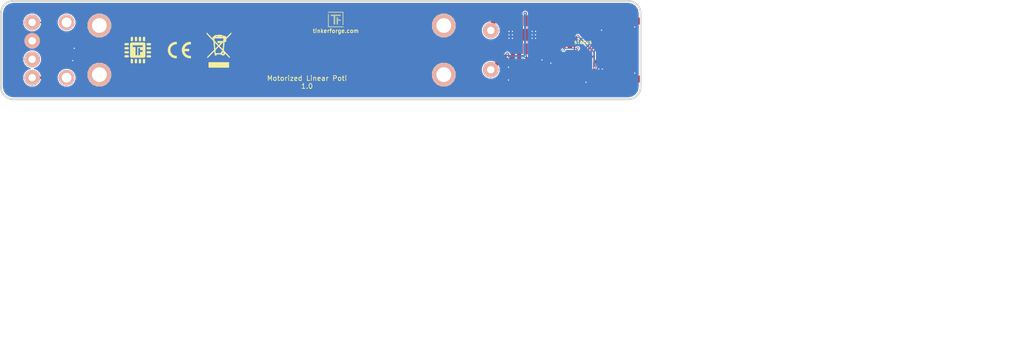
<source format=kicad_pcb>
(kicad_pcb (version 4) (host pcbnew 4.0.2+dfsg1-stable)
  (title_block (title "Motorized Linear Poti Bricklet") (date 2017-05-31) (rev 1.0) (company "Tinkerforge GmbH") (comment 1 "Licensed under CERN OHL v.1.1") (comment 2 "Copyright (©) 2017, L.Lauer <lukas@tinkerforge.com>"))
  (layers (0 Vorderseite signal) (31 Rückseite signal hide) (34 B.Paste user) (35 F.Paste user) (36 B.SilkS user) (37 F.SilkS user) (38 B.Mask user) (39 F.Mask user) (44 Edge.Cuts user))
  (net 0 "")
  (net 1 GND)
  (net 2 +5V)
  (net 3 AIN)
  (net 4 "Net-(P2-PadA)")
  (net 5 "Net-(P2-PadB)")
  (net 6 "Net-(RP1-Pad1)")
  (net 7 "Net-(RP1-Pad4)")
  (net 8 VCC)
  (net 9 "Net-(C3-Pad2)")
  (net 10 S-MISO)
  (net 11 S-MOSI)
  (net 12 S-CLK)
  (net 13 S-CS)
  (net 14 "Net-(P3-Pad2)")
  (net 15 "Net-(R1-Pad2)")
  (net 16 REV)
  (net 17 FWD)
  (net 18 "Net-(D1-Pad2)")
  (net 19 "Net-(C6-Pad1)")
  (net 20 "Net-(P1-Pad4)")
  (net 21 "Net-(P1-Pad5)")
  (net 22 "Net-(P1-Pad6)")
  (net 23 "Net-(J101-Pad1)")
  (net 24 "Net-(P2-Pad4)")
  (net 25 "Net-(P2-Pad2)")
  (net 26 "Net-(RP1-Pad2)")
  (net 27 "Net-(RP1-Pad3)")
  (net 28 "Net-(RP1-Pad6)")
  (net 29 "Net-(RP1-Pad7)")
  (net 30 "Net-(U1-Pad4)")
  (net 31 "Net-(U1-Pad5)")
  (net 32 "Net-(U1-Pad6)")
  (net 33 "Net-(U1-Pad11)")
  (net 34 "Net-(U1-Pad12)")
  (net 35 "Net-(U1-Pad13)")
  (net 36 "Net-(U1-Pad14)")
  (net 37 "Net-(U1-Pad16)")
  (net 38 "Net-(U1-Pad17)")
  (net 39 "Net-(U1-Pad19)")
  (net 40 "Net-(U1-Pad20)")
  (net 41 "Net-(U1-Pad21)")
  (module kicad-libraries:C1206 (layer Vorderseite) (at 179.75 105.5)
    (fp_text reference C3)
    (fp_text value 47uF/10V)
    (pad 1 smd rect (at -1.50114 0) (size 1.00076 1.6002) (layers Vorderseite F.Paste F.Mask) (net 1 GND))
    (pad 2 smd rect (at 1.50114 0) (size 1.00076 1.6002) (layers Vorderseite F.Paste F.Mask) (net 9 "Net-(C3-Pad2)"))
  )
  (module kicad-libraries:C0603E (layer Vorderseite) (at 183.15 102.65)
    (fp_text reference C1)
    (fp_text value 100nF)
    (pad 1 smd rect (at -0.8501 0) (size 1.1 1) (layers Vorderseite F.Paste F.Mask) (net 8 VCC))
    (pad 2 smd rect (at 0.8501 0) (size 1.1 1) (layers Vorderseite F.Paste F.Mask) (net 1 GND))
  )
  (module kicad-libraries:QFN24-4x4mm-0.5mm (layer Vorderseite) (at 191.4 103.3 270)
    (fp_text reference U1)
    (fp_text value XMC1100-16)
    (pad 1 smd oval (at -2.025 -1.25 270) (size 1 0.3) (layers Vorderseite F.Paste F.Mask) (net 10 S-MISO))
    (pad 2 smd oval (at -2.025 -0.75 270) (size 1 0.3) (layers Vorderseite F.Paste F.Mask) (net 15 "Net-(R1-Pad2)"))
    (pad 3 smd oval (at -2.025 -0.25 270) (size 1 0.3) (layers Vorderseite F.Paste F.Mask) (net 3 AIN))
    (pad 4 smd oval (at -2.025 0.25 270) (size 1 0.3) (layers Vorderseite F.Paste F.Mask) (net 30 "Net-(U1-Pad4)"))
    (pad 5 smd oval (at -2.025 0.75 270) (size 1 0.3) (layers Vorderseite F.Paste F.Mask) (net 31 "Net-(U1-Pad5)"))
    (pad 6 smd oval (at -2.025 1.25 270) (size 1 0.3) (layers Vorderseite F.Paste F.Mask) (net 32 "Net-(U1-Pad6)"))
    (pad 7 smd oval (at -1.25 2.025) (size 1 0.3) (layers Vorderseite F.Paste F.Mask) (net 16 REV))
    (pad 8 smd oval (at -0.75 2.025) (size 1 0.3) (layers Vorderseite F.Paste F.Mask) (net 17 FWD))
    (pad 9 smd oval (at -0.25 2.025) (size 1 0.3) (layers Vorderseite F.Paste F.Mask) (net 1 GND))
    (pad 10 smd oval (at 0.25 2.025) (size 1 0.3) (layers Vorderseite F.Paste F.Mask) (net 8 VCC))
    (pad 11 smd oval (at 0.75 2.025) (size 1 0.3) (layers Vorderseite F.Paste F.Mask) (net 33 "Net-(U1-Pad11)"))
    (pad 12 smd oval (at 1.25 2.025) (size 1 0.3) (layers Vorderseite F.Paste F.Mask) (net 34 "Net-(U1-Pad12)"))
    (pad 13 smd oval (at 2.025 1.25 270) (size 1 0.3) (layers Vorderseite F.Paste F.Mask) (net 35 "Net-(U1-Pad13)"))
    (pad 14 smd oval (at 2.025 0.75 270) (size 1 0.3) (layers Vorderseite F.Paste F.Mask) (net 36 "Net-(U1-Pad14)"))
    (pad 15 smd oval (at 2.025 0.25 270) (size 1 0.3) (layers Vorderseite F.Paste F.Mask) (net 14 "Net-(P3-Pad2)"))
    (pad 16 smd oval (at 2.025 -0.25 270) (size 1 0.3) (layers Vorderseite F.Paste F.Mask) (net 37 "Net-(U1-Pad16)"))
    (pad 17 smd oval (at 2.025 -0.75 270) (size 1 0.3) (layers Vorderseite F.Paste F.Mask) (net 38 "Net-(U1-Pad17)"))
    (pad 18 smd oval (at 2.025 -1.25 270) (size 1 0.3) (layers Vorderseite F.Paste F.Mask) (net 23 "Net-(J101-Pad1)"))
    (pad 19 smd oval (at 1.25 -2.025) (size 1 0.3) (layers Vorderseite F.Paste F.Mask) (net 39 "Net-(U1-Pad19)"))
    (pad 20 smd oval (at 0.75 -2.025) (size 1 0.3) (layers Vorderseite F.Paste F.Mask) (net 40 "Net-(U1-Pad20)"))
    (pad 21 smd oval (at 0.25 -2.025) (size 1 0.3) (layers Vorderseite F.Paste F.Mask) (net 41 "Net-(U1-Pad21)"))
    (pad 22 smd oval (at -0.25 -2.025) (size 1 0.3) (layers Vorderseite F.Paste F.Mask) (net 13 S-CS))
    (pad 23 smd oval (at -0.75 -2.025) (size 1 0.3) (layers Vorderseite F.Paste F.Mask) (net 12 S-CLK))
    (pad 24 smd oval (at -1.25 -2.025) (size 1 0.3) (layers Vorderseite F.Paste F.Mask) (net 11 S-MOSI))
    (pad EXP smd rect (at 0.65 0.65 270) (size 1.3 1.3) (layers Vorderseite F.Paste F.Mask) (net 1 GND))
    (pad EXP smd rect (at 0.65 -0.65 270) (size 1.3 1.3) (layers Vorderseite F.Paste F.Mask) (net 1 GND))
    (pad EXP smd rect (at -0.65 0.65 270) (size 1.3 1.3) (layers Vorderseite F.Paste F.Mask) (net 1 GND))
    (pad EXP smd rect (at -0.65 -0.65 270) (size 1.3 1.3) (layers Vorderseite F.Paste F.Mask) (net 1 GND))
  )
  (module kicad-libraries:SolderJumper (layer Vorderseite) (at 192.9 107.2 180)
    (fp_text reference P3)
    (fp_text value BOOT)
    (pad 2 smd rect (at 0.55 0 180) (size 0.3 1.4) (layers Vorderseite F.Mask) (net 14 "Net-(P3-Pad2)"))
    (pad 2 smd rect (at 0.15 0 180) (size 0.6 0.5) (layers Vorderseite F.Mask) (net 14 "Net-(P3-Pad2)"))
    (pad 1 smd rect (at -0.5 0 180) (size 0.4 1.4) (layers Vorderseite F.Mask) (net 1 GND))
    (pad 1 smd rect (at -0.225 0.55 180) (size 0.95 0.3) (layers Vorderseite F.Mask) (net 1 GND))
    (pad 1 smd rect (at -0.225 -0.55 180) (size 0.95 0.3) (layers Vorderseite F.Mask) (net 1 GND))
  )
  (module kicad-libraries:CE_5mm (layer Vorderseite) (at 111.4 100.65)
    (fp_text reference VAL hide)
    (fp_text value CE_5mm hide)
  )
  (module kicad-libraries:Logo_CoMCU (layer Vorderseite) (at 102.9 100.65)
    (fp_text reference G*** hide)
    (fp_text value LOGO hide)
  )
  (module kicad-libraries:WEEE_7mm (layer Vorderseite) (at 119.4 100.65)
    (fp_text reference G*** hide)
    (fp_text value LOGO hide)
  )
  (module kicad-libraries:Logo_31x31 (layer Vorderseite) (at 141.55 92.85)
    (fp_text reference G*** hide)
    (fp_text value Logo_31x31 hide)
  )
  (module kicad-libraries:DRILL_NP (layer Vorderseite) (at 95.1 95.65 270)
    (fp_text reference U3 hide)
    (fp_text value DRILL hide)
    (pad "" np_thru_hole circle (at 0 0 270) (size 2.99974 2.99974) (drill 2.99974) (layers *.Cu *.Mask F.SilkS) (clearance 0.89916))
  )
  (module kicad-libraries:DRILL_NP (layer Vorderseite) (at 165.1 105.65 90)
    (fp_text reference U6 hide)
    (fp_text value DRILL hide)
    (pad "" np_thru_hole circle (at 0 0 90) (size 2.99974 2.99974) (drill 2.99974) (layers *.Cu *.Mask F.SilkS) (clearance 0.89916))
  )
  (module kicad-libraries:DRILL_NP (layer Vorderseite) (at 165.1 95.65)
    (fp_text reference U5 hide)
    (fp_text value DRILL hide)
    (pad "" np_thru_hole circle (at 0 0) (size 2.99974 2.99974) (drill 2.99974) (layers *.Cu *.Mask F.SilkS) (clearance 0.89916))
  )
  (module kicad-libraries:DRILL_NP (layer Vorderseite) (at 95.1 105.65 90)
    (fp_text reference U4 hide)
    (fp_text value DRILL hide)
    (pad "" np_thru_hole circle (at 0 0 90) (size 2.99974 2.99974) (drill 2.99974) (layers *.Cu *.Mask F.SilkS) (clearance 0.89916))
  )
  (module kicad-libraries:Fiducial_Mark (layer Vorderseite) (at 100.6 93.6)
    (fp_text reference Fiducial_Mark hide)
    (fp_text value VAL** hide)
    (pad 1 smd circle (at 0 0) (size 1.00076 1.00076) (layers Vorderseite F.Paste F.Mask) (clearance 0.65024))
  )
  (module kicad-libraries:Fiducial_Mark (layer Vorderseite) (at 100.6 106.6)
    (fp_text reference Fiducial_Mark hide)
    (fp_text value VAL** hide)
    (pad 1 smd circle (at 0 0) (size 1.00076 1.00076) (layers Vorderseite F.Paste F.Mask) (clearance 0.65024))
  )
  (module kicad-libraries:Fiducial_Mark (layer Vorderseite) (at 173.6 93.6)
    (fp_text reference Fiducial_Mark hide)
    (fp_text value VAL** hide)
    (pad 1 smd circle (at 0 0) (size 1.00076 1.00076) (layers Vorderseite F.Paste F.Mask) (clearance 0.65024))
  )
  (module kicad-libraries:SOT23-5 (layer Vorderseite) (at 87.9 100.3 90)
    (fp_text reference U101)
    (fp_text value TLV271IDBVR)
    (pad 1 smd rect (at -0.94996 1.19888 90) (size 0.50038 0.8001) (layers Vorderseite F.Paste F.Mask) (net 3 AIN))
    (pad 2 smd rect (at 0 1.19888 90) (size 0.50038 0.8001) (layers Vorderseite F.Paste F.Mask) (net 1 GND))
    (pad 3 smd rect (at 0.94996 1.19888 90) (size 0.50038 0.8001) (layers Vorderseite F.Paste F.Mask) (net 24 "Net-(P2-Pad4)"))
    (pad 5 smd rect (at -0.94996 -1.19888 90) (size 0.50038 0.8001) (layers Vorderseite F.Paste F.Mask) (net 8 VCC))
    (pad 4 smd rect (at 0.94996 -1.19888 90) (size 0.50038 0.8001) (layers Vorderseite F.Paste F.Mask) (net 3 AIN))
  )
  (module kicad-libraries:4X0402 (layer Vorderseite) (at 196.85 99.9 90)
    (fp_text reference RP3)
    (fp_text value 82)
    (pad 1 smd rect (at -0.7493 0.575 270) (size 0.29972 0.65) (layers Vorderseite F.Paste F.Mask) (net 20 "Net-(P1-Pad4)"))
    (pad 2 smd rect (at -0.24892 0.575 270) (size 0.29972 0.65) (layers Vorderseite F.Paste F.Mask) (net 21 "Net-(P1-Pad5)"))
    (pad 3 smd rect (at 0.24892 0.575 270) (size 0.29972 0.65) (layers Vorderseite F.Paste F.Mask) (net 22 "Net-(P1-Pad6)"))
    (pad 4 smd rect (at 0.7493 0.575 270) (size 0.29972 0.65) (layers Vorderseite F.Paste F.Mask) (net 19 "Net-(C6-Pad1)"))
    (pad 5 smd rect (at 0.7493 -0.575 90) (size 0.29972 0.65) (layers Vorderseite F.Paste F.Mask) (net 10 S-MISO))
    (pad 6 smd rect (at 0.24892 -0.575 90) (size 0.29972 0.65) (layers Vorderseite F.Paste F.Mask) (net 11 S-MOSI))
    (pad 7 smd rect (at -0.24892 -0.575 90) (size 0.29972 0.65) (layers Vorderseite F.Paste F.Mask) (net 12 S-CLK))
    (pad 8 smd rect (at -0.7493 -0.575 90) (size 0.29972 0.65) (layers Vorderseite F.Paste F.Mask) (net 13 S-CS))
  )
  (module kicad-libraries:MOTORIZED_POTI (layer Rückseite) (at 145.1 100.65)
    (fp_text reference P2)
    (fp_text value MOTORIZED_POTI)
    (pad 1 thru_hole circle (at -63.65 5.625) (size 3.2 3.2) (drill 1.5) (layers *.Cu *.Mask B.SilkS) (net 8 VCC))
    (pad 2 thru_hole circle (at -63.65 1.875) (size 3.2 3.2) (drill 1.5) (layers *.Cu *.Mask B.SilkS) (net 25 "Net-(P2-Pad2)"))
    (pad 3 thru_hole circle (at -63.65 -1.875) (size 3.2 3.2) (drill 1.5) (layers *.Cu *.Mask B.SilkS) (net 1 GND))
    (pad 4 thru_hole circle (at -63.65 -5.625) (size 3.2 3.2) (drill 1.5) (layers *.Cu *.Mask B.SilkS) (net 24 "Net-(P2-Pad4)"))
    (pad "" thru_hole circle (at -56.65 5.625) (size 3.2 3.2) (drill 2) (layers *.Cu *.Mask B.SilkS))
    (pad "" thru_hole circle (at -56.65 -5.625) (size 3.2 3.2) (drill 2) (layers *.Cu *.Mask B.SilkS))
    (pad A thru_hole circle (at 29.55 -4) (size 3.2 3.2) (drill 1.5) (layers *.Cu *.Mask B.SilkS) (net 4 "Net-(P2-PadA)"))
    (pad B thru_hole circle (at 29.55 4) (size 3.2 3.2) (drill 1.5) (layers *.Cu *.Mask B.SilkS) (net 5 "Net-(P2-PadB)"))
  )
  (module kicad-libraries:C0805 (layer Vorderseite) (at 198.4 102.9 270)
    (fp_text reference C2)
    (fp_text value 10µF)
    (pad 1 smd rect (at -1.00076 0 270) (size 1.00076 1.24968) (layers Vorderseite F.Paste F.Mask) (net 8 VCC) (clearance 0.14986))
    (pad 2 smd rect (at 1.00076 0 270) (size 1.00076 1.24968) (layers Vorderseite F.Paste F.Mask) (net 1 GND) (clearance 0.14986))
  )
  (module kicad-libraries:C0603F (layer Vorderseite) (at 187.7 104.05 90)
    (fp_text reference C4)
    (fp_text value 100nF)
    (pad 1 smd rect (at -0.75 0 90) (size 0.9 0.9) (layers Vorderseite F.Paste F.Mask) (net 8 VCC))
    (pad 2 smd rect (at 0.75 0 90) (size 0.9 0.9) (layers Vorderseite F.Paste F.Mask) (net 1 GND))
  )
  (module kicad-libraries:C0603F (layer Vorderseite) (at 196.9 102.95 270)
    (fp_text reference C5)
    (fp_text value 1µF)
    (pad 1 smd rect (at -0.75 0 270) (size 0.9 0.9) (layers Vorderseite F.Paste F.Mask) (net 8 VCC))
    (pad 2 smd rect (at 0.75 0 270) (size 0.9 0.9) (layers Vorderseite F.Paste F.Mask) (net 1 GND))
  )
  (module kicad-libraries:C0402F (layer Vorderseite) (at 198.15 97.6 135)
    (fp_text reference C6)
    (fp_text value 220pF)
    (pad 2 smd rect (at 0.5 0 135) (size 0.6 0.7) (layers Vorderseite F.Paste F.Mask) (net 1 GND))
    (pad 1 smd rect (at -0.5 0 135) (size 0.6 0.7) (layers Vorderseite F.Paste F.Mask) (net 19 "Net-(C6-Pad1)"))
  )
  (module kicad-libraries:C0603F (layer Vorderseite) (at 87.95 102.8)
    (fp_text reference C101)
    (fp_text value 100nF)
    (pad 1 smd rect (at -0.75 0) (size 0.9 0.9) (layers Vorderseite F.Paste F.Mask) (net 8 VCC))
    (pad 2 smd rect (at 0.75 0) (size 0.9 0.9) (layers Vorderseite F.Paste F.Mask) (net 1 GND))
  )
  (module kicad-libraries:D0603F (layer Vorderseite) (at 190.75 99 270)
    (fp_text reference D1)
    (fp_text value blue)
    (pad 1 smd rect (at -0.75 0 270) (size 0.9 0.9) (layers Vorderseite F.Paste F.Mask) (net 8 VCC))
    (pad 2 smd rect (at 0.75 0 270) (size 0.9 0.9) (layers Vorderseite F.Paste F.Mask) (net 18 "Net-(D1-Pad2)"))
  )
  (module kicad-libraries:DEBUG_PAD (layer Vorderseite) (at 194.75 106.4)
    (fp_text reference J101)
    (fp_text value Debug)
    (pad 1 smd circle (at 0 0) (size 0.7 0.7) (layers Vorderseite F.Paste F.Mask) (net 23 "Net-(J101-Pad1)"))
  )
  (module kicad-libraries:C0603E (layer Vorderseite) (at 182.1 108.4 180)
    (fp_text reference L1)
    (fp_text value FB)
    (pad 1 smd rect (at -0.8501 0 180) (size 1.1 1) (layers Vorderseite F.Paste F.Mask) (net 2 +5V))
    (pad 2 smd rect (at 0.8501 0 180) (size 1.1 1) (layers Vorderseite F.Paste F.Mask) (net 9 "Net-(C3-Pad2)"))
  )
  (module kicad-libraries:CON-SENSOR2 (layer Vorderseite) (at 205.1 100.65 90)
    (fp_text reference P1)
    (fp_text value CON-SENSOR2)
    (pad 1 smd rect (at -3.75 -4.6 90) (size 0.6 1.8) (layers Vorderseite F.Paste F.Mask) (net 2 +5V))
    (pad 2 smd rect (at -2.5 -4.6 90) (size 0.6 1.8) (layers Vorderseite F.Paste F.Mask) (net 1 GND))
    (pad EP smd rect (at -5.9 -1.2 90) (size 1.4 2.4) (layers Vorderseite F.Paste F.Mask) (net 1 GND))
    (pad EP smd rect (at 5.9 -1.2 90) (size 1.4 2.4) (layers Vorderseite F.Paste F.Mask) (net 1 GND))
    (pad 3 smd rect (at -1.25 -4.6 90) (size 0.6 1.8) (layers Vorderseite F.Paste F.Mask) (net 8 VCC))
    (pad 4 smd rect (at 0 -4.6 90) (size 0.6 1.8) (layers Vorderseite F.Paste F.Mask) (net 20 "Net-(P1-Pad4)"))
    (pad 5 smd rect (at 1.25 -4.6 90) (size 0.6 1.8) (layers Vorderseite F.Paste F.Mask) (net 21 "Net-(P1-Pad5)"))
    (pad 6 smd rect (at 2.5 -4.6 90) (size 0.6 1.8) (layers Vorderseite F.Paste F.Mask) (net 22 "Net-(P1-Pad6)"))
    (pad 7 smd rect (at 3.75 -4.6 90) (size 0.6 1.8) (layers Vorderseite F.Paste F.Mask) (net 19 "Net-(C6-Pad1)"))
  )
  (module kicad-libraries:R0603F (layer Vorderseite) (at 189.4 99 270)
    (fp_text reference R1)
    (fp_text value 1k)
    (pad 1 smd rect (at -0.75 0 270) (size 0.9 0.9) (layers Vorderseite F.Paste F.Mask) (net 18 "Net-(D1-Pad2)"))
    (pad 2 smd rect (at 0.75 0 270) (size 0.9 0.9) (layers Vorderseite F.Paste F.Mask) (net 15 "Net-(R1-Pad2)"))
  )
  (module kicad-libraries:4X0603 (layer Vorderseite) (at 186.1 99.85 90)
    (fp_text reference RP1)
    (fp_text value 1k)
    (pad 1 smd rect (at -1.19888 -0.8509 90) (size 0.44958 0.89916) (layers Vorderseite F.Paste F.Mask) (net 6 "Net-(RP1-Pad1)"))
    (pad 2 smd rect (at -0.39878 -0.8509 90) (size 0.44958 0.89916) (layers Vorderseite F.Paste F.Mask) (net 26 "Net-(RP1-Pad2)"))
    (pad 3 smd rect (at 0.39878 -0.8509 90) (size 0.44958 0.89916) (layers Vorderseite F.Paste F.Mask) (net 27 "Net-(RP1-Pad3)"))
    (pad 4 smd rect (at 1.19888 -0.8509 90) (size 0.44958 0.89916) (layers Vorderseite F.Paste F.Mask) (net 7 "Net-(RP1-Pad4)"))
    (pad 5 smd rect (at 1.19888 0.8509 90) (size 0.44958 0.89916) (layers Vorderseite F.Paste F.Mask) (net 16 REV))
    (pad 6 smd rect (at 0.39878 0.8509 90) (size 0.44958 0.89916) (layers Vorderseite F.Paste F.Mask) (net 28 "Net-(RP1-Pad6)"))
    (pad 7 smd rect (at -0.39878 0.8509 90) (size 0.44958 0.89916) (layers Vorderseite F.Paste F.Mask) (net 29 "Net-(RP1-Pad7)"))
    (pad 8 smd rect (at -1.19888 0.8509 90) (size 0.44958 0.89916) (layers Vorderseite F.Paste F.Mask) (net 17 FWD))
  )
  (module kicad-libraries:SO-8-EP (layer Vorderseite) (at 181.05 97.55)
    (fp_text reference U2)
    (fp_text value ZXBM5210)
    (pad 1 smd rect (at -1.90246 2.86766 180) (size 0.79756 2.19964) (layers Vorderseite F.Paste F.Mask) (net 5 "Net-(P2-PadB)"))
    (pad 2 smd rect (at -0.63246 2.86766 180) (size 0.79756 2.19964) (layers Vorderseite F.Paste F.Mask) (net 9 "Net-(C3-Pad2)"))
    (pad 3 smd rect (at 0.63246 2.86766 180) (size 0.79756 2.19964) (layers Vorderseite F.Paste F.Mask) (net 8 VCC))
    (pad 4 smd rect (at 1.90246 2.86766 180) (size 0.79756 2.19964) (layers Vorderseite F.Paste F.Mask) (net 6 "Net-(RP1-Pad1)"))
    (pad 5 smd rect (at 1.90246 -2.86766) (size 0.79756 2.19964) (layers Vorderseite F.Paste F.Mask) (net 7 "Net-(RP1-Pad4)"))
    (pad 6 smd rect (at 0.63246 -2.86766) (size 0.79756 2.19964) (layers Vorderseite F.Paste F.Mask) (net 8 VCC))
    (pad 7 smd rect (at -0.63246 -2.86766) (size 0.79756 2.19964) (layers Vorderseite F.Paste F.Mask) (net 4 "Net-(P2-PadA)"))
    (pad 8 smd rect (at -1.90246 -2.86766) (size 0.79756 2.19964) (layers Vorderseite F.Paste F.Mask) (net 1 GND))
    (pad EP smd rect (at 0 0) (size 3.1 2.4) (layers Vorderseite F.Paste F.Mask) (net 1 GND))
  )
  (gr_text status (at 193.4 99) (layer F.SilkS) (effects (font (size 0.8 0.8) (thickness 0.14986))))
  (gr_line (start 202.6 110.65) (end 77.6 110.65) (angle 90) (layer Edge.Cuts) (width 0.381))
  (gr_line (start 77.6 90.65) (end 202.6 90.65) (angle 90) (layer Edge.Cuts) (width 0.381))
  (gr_line (start 205.1 93.15) (end 205.1 108.15) (angle 90) (layer Edge.Cuts) (width 0.381))
  (gr_line (start 75.1 93.15) (end 75.1 108.15) (angle 90) (layer Edge.Cuts) (width 0.381))
  (gr_arc (start 77.6 108.15) (end 77.6 110.65) (angle 90) (layer Edge.Cuts) (width 0.381))
  (gr_arc (start 77.6 93.15) (end 75.1 93.15) (angle 90) (layer Edge.Cuts) (width 0.381))
  (gr_arc (start 202.6 108.15) (end 205.1 108.15) (angle 90) (layer Edge.Cuts) (width 0.381))
  (gr_arc (start 202.6 93.15) (end 202.6 90.65) (angle 90) (layer Edge.Cuts) (width 0.381))
  (gr_text tinkerforge.com (at 143.15 96.75) (layer F.SilkS) (effects (font (size 0.8001 0.8001) (thickness 0.14986))))
  (gr_text "Motorized Linear Poti\n1.0" (at 137.3 107.2) (layer F.SilkS) (effects (font (size 1 1) (thickness 0.14986))))
  (segment (start 88.8001 102.8) (end 89.7 102.8) (width 0.5) (layer Vorderseite) (net 1))
  (via (at 89.7 102.8) (size 0.70104) (drill 0.24892) (layers Vorderseite Rückseite) (net 1))
  (segment (start 89.09888 100.3) (end 90 100.3) (width 0.5) (layer Vorderseite) (net 1))
  (via (at 90 100.3) (size 0.70104) (drill 0.24892) (layers Vorderseite Rückseite) (net 1))
  (segment (start 203.9 94.75) (end 203.9 95.95) (width 0.5) (layer Vorderseite) (net 1))
  (via (at 203.9 95.95) (size 0.70104) (drill 0.24892) (layers Vorderseite Rückseite) (net 1))
  (segment (start 203.9 106.55) (end 203.9 105.35) (width 0.5) (layer Vorderseite) (net 1))
  (via (at 203.9 105.35) (size 0.70104) (drill 0.24892) (layers Vorderseite Rückseite) (net 1))
  (segment (start 178.24886 105.5) (end 178.24886 106.74886) (width 0.8001) (layer Vorderseite) (net 1))
  (via (at 178.25 106.75) (size 0.70104) (drill 0.24892) (layers Vorderseite Rückseite) (net 1))
  (segment (start 178.24886 106.74886) (end 178.25 106.75) (width 0.8001) (layer Vorderseite) (net 1))
  (segment (start 178.24886 105.5) (end 178.24886 104.15114) (width 0.8001) (layer Vorderseite) (net 1))
  (via (at 178.25 104.15) (size 0.70104) (drill 0.24892) (layers Vorderseite Rückseite) (net 1))
  (segment (start 178.24886 104.15114) (end 178.25 104.15) (width 0.8001) (layer Vorderseite) (net 1))
  (segment (start 196.9 103.7) (end 196.9 104.2) (width 0.5) (layer Vorderseite) (net 1))
  (via (at 196.6 104.5) (size 0.70104) (drill 0.24892) (layers Vorderseite Rückseite) (net 1))
  (segment (start 196.9 104.2) (end 196.6 104.5) (width 0.5) (layer Vorderseite) (net 1))
  (segment (start 196.9 103.7) (end 196.9 104.1) (width 0.5) (layer Vorderseite) (net 1))
  (segment (start 196.9 104.1) (end 197.3 104.5) (width 0.5) (layer Vorderseite) (net 1))
  (via (at 197.3 104.5) (size 0.70104) (drill 0.24892) (layers Vorderseite Rückseite) (net 1))
  (segment (start 196.9 103.7) (end 198.19924 103.7) (width 0.5) (layer Vorderseite) (net 1))
  (segment (start 198.19924 103.7) (end 198.4 103.90076) (width 0.5) (layer Vorderseite) (net 1))
  (segment (start 200.5 103.15) (end 199.65 103.15) (width 0.5) (layer Vorderseite) (net 1))
  (segment (start 199.65 103.15) (end 198.89924 103.90076) (width 0.5) (layer Vorderseite) (net 1))
  (segment (start 198.89924 103.90076) (end 198.4 103.90076) (width 0.5) (layer Vorderseite) (net 1))
  (segment (start 200.5 103.15) (end 200 103.15) (width 0.5) (layer Vorderseite) (net 1))
  (segment (start 187.7 103.3) (end 186.85 103.3) (width 0.5) (layer Vorderseite) (net 1))
  (via (at 186.85 103.3) (size 0.70104) (drill 0.24892) (layers Vorderseite Rückseite) (net 1))
  (segment (start 193.125 107.75) (end 193.175 107.7) (width 0.2) (layer Vorderseite) (net 1))
  (segment (start 193.175 107.7) (end 193.35 107.7) (width 0.2) (layer Vorderseite) (net 1))
  (segment (start 193.35 107.7) (end 193.4 107.2) (width 0.2) (layer Vorderseite) (net 1))
  (segment (start 193.4 107.2) (end 193.35 107.25) (width 0.2) (layer Vorderseite) (net 1))
  (segment (start 193.35 107.25) (end 193.35 107.7) (width 0.2) (layer Vorderseite) (net 1))
  (segment (start 193.35 107.7) (end 193.4 107.2) (width 0.2) (layer Vorderseite) (net 1))
  (segment (start 193.125 106.65) (end 193.175 106.7) (width 0.2) (layer Vorderseite) (net 1))
  (segment (start 193.175 106.7) (end 193.35 106.7) (width 0.2) (layer Vorderseite) (net 1))
  (segment (start 193.35 106.7) (end 193.35 107.2) (width 0.2) (layer Vorderseite) (net 1))
  (segment (start 193.35 107.2) (end 193.4 107.2) (width 0.2) (layer Vorderseite) (net 1))
  (segment (start 197.690381 97.140381) (end 197.15 96.6) (width 0.5) (layer Vorderseite) (net 1))
  (via (at 197.15 96.6) (size 0.5) (drill 0.25) (layers Vorderseite Rückseite) (net 1))
  (segment (start 189.375 103.05) (end 187.95 103.05) (width 0.25) (layer Vorderseite) (net 1))
  (segment (start 187.95 103.05) (end 187.7 103.3) (width 0.25) (layer Vorderseite) (net 1))
  (segment (start 193.4 107.2) (end 194 107.2) (width 0.25) (layer Vorderseite) (net 1))
  (via (at 194 107.2) (size 0.5) (drill 0.25) (layers Vorderseite Rückseite) (net 1))
  (segment (start 189.375 103.05) (end 190.35 103.05) (width 0.25) (layer Vorderseite) (net 1))
  (segment (start 190.35 103.05) (end 190.75 102.65) (width 0.25) (layer Vorderseite) (net 1))
  (segment (start 190.75 103.95) (end 192.05 103.95) (width 0.35052) (layer Vorderseite) (net 1))
  (segment (start 192.05 102.65) (end 190.75 102.65) (width 0.35052) (layer Vorderseite) (net 1))
  (segment (start 190.75 102.65) (end 190.75 103.95) (width 0.35052) (layer Vorderseite) (net 1))
  (segment (start 184.0001 102.65) (end 185.05 102.65) (width 0.8001) (layer Vorderseite) (net 1))
  (via (at 185.05 102.65) (size 0.70104) (layers Vorderseite Rückseite) (net 1))
  (segment (start 179.14754 94.68234) (end 179.14754 96.75246) (width 0.8001) (layer Vorderseite) (net 1))
  (via (at 179.05 96.85) (size 0.70104) (layers Vorderseite Rückseite) (net 1))
  (segment (start 179.14754 96.75246) (end 179.05 96.85) (width 0.8001) (layer Vorderseite) (net 1))
  (segment (start 179.05 96.85) (end 179.05 97.55) (width 0.8001) (layer Vorderseite) (net 1))
  (segment (start 178.35 96.85) (end 178.35 97.55) (width 0.8001) (layer Vorderseite) (net 1))
  (via (at 178.35 97.55) (size 0.70104) (layers Vorderseite Rückseite) (net 1))
  (segment (start 178.35 98.25) (end 179.05 98.25) (width 0.8001) (layer Vorderseite) (net 1))
  (via (at 179.05 98.25) (size 0.70104) (layers Vorderseite Rückseite) (net 1))
  (segment (start 181.05 97.55) (end 179.05 97.55) (width 0.8001) (layer Vorderseite) (net 1))
  (via (at 179.05 97.55) (size 0.70104) (layers Vorderseite Rückseite) (net 1))
  (segment (start 179.05 98.25) (end 179.05 97.55) (width 0.8001) (layer Vorderseite) (net 1))
  (via (at 178.35 98.25) (size 0.70104) (layers Vorderseite Rückseite) (net 1))
  (segment (start 178.35 97.55) (end 178.35 98.25) (width 0.8001) (layer Vorderseite) (net 1))
  (via (at 178.35 96.85) (size 0.70104) (layers Vorderseite Rückseite) (net 1))
  (segment (start 179.05 96.85) (end 178.35 96.85) (width 0.8001) (layer Vorderseite) (net 1))
  (segment (start 183.75 98.25) (end 183.05 98.25) (width 0.8001) (layer Vorderseite) (net 1))
  (segment (start 181.05 97.55) (end 183.05 97.55) (width 0.8001) (layer Vorderseite) (net 1))
  (via (at 183.05 98.25) (size 0.70104) (layers Vorderseite Rückseite) (net 1))
  (segment (start 183.05 97.55) (end 183.05 98.25) (width 0.8001) (layer Vorderseite) (net 1))
  (via (at 183.75 98.25) (size 0.70104) (layers Vorderseite Rückseite) (net 1))
  (segment (start 183.75 97.55) (end 183.75 96.85) (width 0.8001) (layer Vorderseite) (net 1))
  (via (at 183.75 96.85) (size 0.70104) (layers Vorderseite Rückseite) (net 1))
  (via (at 183.05 97.55) (size 0.70104) (layers Vorderseite Rückseite) (net 1))
  (segment (start 183.05 96.85) (end 183.05 97.55) (width 0.8001) (layer Vorderseite) (net 1))
  (via (at 183.05 96.85) (size 0.70104) (layers Vorderseite Rückseite) (net 1))
  (segment (start 183.75 96.85) (end 183.05 96.85) (width 0.8001) (layer Vorderseite) (net 1))
  (via (at 183.75 97.55) (size 0.70104) (layers Vorderseite Rückseite) (net 1))
  (segment (start 183.75 98.25) (end 183.75 97.55) (width 0.8001) (layer Vorderseite) (net 1))
  (segment (start 192.05 103.95) (end 192.05 102.65) (width 0.35052) (layer Vorderseite) (net 1))
  (segment (start 199.7 104.4) (end 197.35 106.75) (width 0.5) (layer Vorderseite) (net 2))
  (segment (start 184.55 108.4) (end 182.9501 108.4) (width 0.5) (layer Vorderseite) (net 2))
  (segment (start 185.65 109.5) (end 184.55 108.4) (width 0.5) (layer Vorderseite) (net 2))
  (segment (start 195.5 109.5) (end 185.65 109.5) (width 0.5) (layer Vorderseite) (net 2))
  (segment (start 197.35 107.65) (end 195.5 109.5) (width 0.5) (layer Vorderseite) (net 2))
  (segment (start 197.35 106.75) (end 197.35 107.65) (width 0.5) (layer Vorderseite) (net 2))
  (segment (start 200.5 104.4) (end 199.7 104.4) (width 0.5) (layer Vorderseite) (net 2))
  (segment (start 89.09888 101.24996) (end 91.60004 101.24996) (width 0.25) (layer Vorderseite) (net 3))
  (segment (start 106.8 91.6) (end 153.25 91.6) (width 0.25) (layer Vorderseite) (net 3))
  (segment (start 98.35 100.05) (end 106.8 91.6) (width 0.25) (layer Vorderseite) (net 3))
  (segment (start 92.8 100.05) (end 98.35 100.05) (width 0.25) (layer Vorderseite) (net 3))
  (segment (start 91.60004 101.24996) (end 92.8 100.05) (width 0.25) (layer Vorderseite) (net 3))
  (segment (start 89.09888 101.24996) (end 88.59996 101.24996) (width 0.25) (layer Vorderseite) (net 3))
  (segment (start 87.40004 99.35004) (end 86.70112 99.35004) (width 0.25) (layer Vorderseite) (net 3))
  (segment (start 87.8 99.75) (end 87.40004 99.35004) (width 0.25) (layer Vorderseite) (net 3))
  (segment (start 87.8 100.45) (end 87.8 99.75) (width 0.25) (layer Vorderseite) (net 3))
  (segment (start 88.59996 101.24996) (end 87.8 100.45) (width 0.25) (layer Vorderseite) (net 3))
  (segment (start 191.65 101.275) (end 191.65 99.8) (width 0.249) (layer Vorderseite) (net 3))
  (segment (start 193.35 97.2) (end 187.75 91.6) (width 0.249) (layer Vorderseite) (net 3))
  (segment (start 187.75 91.6) (end 153.25 91.6) (width 0.249) (layer Vorderseite) (net 3))
  (segment (start 193.35 98.1) (end 193.35 97.2) (width 0.249) (layer Vorderseite) (net 3))
  (segment (start 191.65 99.8) (end 193.35 98.1) (width 0.249) (layer Vorderseite) (net 3))
  (segment (start 180.41754 94.68234) (end 180.41754 93.21754) (width 0.8001) (layer Vorderseite) (net 4))
  (segment (start 177.55 92.65) (end 174.65 95.55) (width 0.8001) (layer Vorderseite) (net 4))
  (segment (start 179.85 92.65) (end 177.55 92.65) (width 0.8001) (layer Vorderseite) (net 4))
  (segment (start 180.41754 93.21754) (end 179.85 92.65) (width 0.8001) (layer Vorderseite) (net 4))
  (segment (start 174.65 95.55) (end 174.65 96.65) (width 0.8001) (layer Vorderseite) (net 4))
  (segment (start 179.14754 100.41766) (end 179.14754 102.05246) (width 0.8001) (layer Vorderseite) (net 5))
  (segment (start 176.2 103.1) (end 174.65 104.65) (width 0.8001) (layer Vorderseite) (net 5))
  (segment (start 178.1 103.1) (end 176.2 103.1) (width 0.8001) (layer Vorderseite) (net 5))
  (segment (start 179.14754 102.05246) (end 178.1 103.1) (width 0.8001) (layer Vorderseite) (net 5))
  (segment (start 185.2491 101.04888) (end 183.58368 101.04888) (width 0.35052) (layer Vorderseite) (net 6))
  (segment (start 183.58368 101.04888) (end 182.95246 100.41766) (width 0.35052) (layer Vorderseite) (net 6))
  (segment (start 185.2491 98.65112) (end 185.2491 95.7491) (width 0.35052) (layer Vorderseite) (net 7))
  (segment (start 184.18234 94.68234) (end 182.95246 94.68234) (width 0.35052) (layer Vorderseite) (net 7))
  (segment (start 185.2491 95.7491) (end 184.18234 94.68234) (width 0.35052) (layer Vorderseite) (net 7))
  (segment (start 87.0999 102.8) (end 87.0999 103.6499) (width 0.5) (layer Vorderseite) (net 8))
  (via (at 178 101.5) (size 0.70104) (drill 0.24892) (layers Vorderseite Rückseite) (net 8))
  (segment (start 178 101.5) (end 178.4 101.9) (width 0.5) (layer Rückseite) (net 8))
  (segment (start 178.4 101.9) (end 181.65 101.9) (width 0.5) (layer Rückseite) (net 8))
  (segment (start 177.55 101.95) (end 178 101.5) (width 0.5) (layer Vorderseite) (net 8))
  (segment (start 93.15 101.95) (end 177.55 101.95) (width 0.5) (layer Vorderseite) (net 8))
  (segment (start 91.1 104) (end 93.15 101.95) (width 0.5) (layer Vorderseite) (net 8))
  (segment (start 87.45 104) (end 91.1 104) (width 0.5) (layer Vorderseite) (net 8))
  (segment (start 87.0999 103.6499) (end 87.45 104) (width 0.5) (layer Vorderseite) (net 8))
  (segment (start 86.70112 101.24996) (end 86.70112 101.60112) (width 0.5) (layer Vorderseite) (net 8))
  (segment (start 87.0999 101.9999) (end 87.0999 102.8) (width 0.5) (layer Vorderseite) (net 8))
  (segment (start 86.70112 101.60112) (end 87.0999 101.9999) (width 0.5) (layer Vorderseite) (net 8))
  (segment (start 83.4 106.275) (end 85.4 104.275) (width 0.5) (layer Vorderseite) (net 8))
  (segment (start 85.95 102.8) (end 87.0999 102.8) (width 0.5) (layer Vorderseite) (net 8))
  (segment (start 85.4 103.35) (end 85.95 102.8) (width 0.5) (layer Vorderseite) (net 8))
  (segment (start 85.4 104.275) (end 85.4 103.35) (width 0.5) (layer Vorderseite) (net 8))
  (segment (start 81.45 106.275) (end 83.4 106.275) (width 0.5) (layer Vorderseite) (net 8))
  (segment (start 83.4 106.275) (end 83.425 106.275) (width 0.5) (layer Vorderseite) (net 8))
  (segment (start 195.7 104.25) (end 195.7 107.2) (width 0.5) (layer Vorderseite) (net 8))
  (segment (start 188.75 108.5) (end 186.75 106.5) (width 0.5) (layer Vorderseite) (net 8))
  (segment (start 194.4 108.5) (end 188.75 108.5) (width 0.5) (layer Vorderseite) (net 8))
  (segment (start 195.7 107.2) (end 194.4 108.5) (width 0.5) (layer Vorderseite) (net 8))
  (segment (start 196.95 102.25) (end 197.55 102.25) (width 0.5) (layer Vorderseite) (net 8))
  (segment (start 197.55 102.25) (end 197.85076 101.94924) (width 0.5) (layer Vorderseite) (net 8))
  (segment (start 196.95 102.25) (end 196.7 102.25) (width 0.5) (layer Vorderseite) (net 8))
  (segment (start 196.7 102.25) (end 195.7 103.25) (width 0.5) (layer Vorderseite) (net 8))
  (segment (start 195.7 103.25) (end 195.7 104.25) (width 0.5) (layer Vorderseite) (net 8))
  (segment (start 198.55 101.94924) (end 197.85076 101.94924) (width 0.5) (layer Vorderseite) (net 8))
  (segment (start 182.2999 102.65) (end 182.2999 103.8499) (width 0.5) (layer Vorderseite) (net 8))
  (segment (start 186.25 106.5) (end 186.75 106.5) (width 0.5) (layer Vorderseite) (net 8))
  (segment (start 182.2999 103.8499) (end 184.95 106.5) (width 0.5) (layer Vorderseite) (net 8))
  (segment (start 184.95 106.5) (end 186.25 106.5) (width 0.5) (layer Vorderseite) (net 8))
  (segment (start 186.75 106.5) (end 186.85 106.5) (width 0.5) (layer Vorderseite) (net 8))
  (segment (start 187.7 105.65) (end 187.7 104.8) (width 0.5) (layer Vorderseite) (net 8))
  (segment (start 186.85 106.5) (end 187.7 105.65) (width 0.5) (layer Vorderseite) (net 8))
  (segment (start 198.55 101.94924) (end 198.00076 101.94924) (width 0.5) (layer Vorderseite) (net 8))
  (segment (start 200.5 101.9) (end 198.59924 101.9) (width 0.8001) (layer Vorderseite) (net 8))
  (segment (start 198.59924 101.9) (end 198.55 101.94924) (width 0.8001) (layer Vorderseite) (net 8))
  (segment (start 181.68246 94.68234) (end 181.68246 93.23246) (width 0.5) (layer Vorderseite) (net 8))
  (segment (start 181.68246 93.23246) (end 181.65 93.2) (width 0.5) (layer Vorderseite) (net 8))
  (via (at 181.65 93.2) (size 0.70104) (drill 0.24892) (layers Vorderseite Rückseite) (net 8))
  (segment (start 181.65 93.2) (end 181.65 101.9) (width 0.5) (layer Rückseite) (net 8))
  (segment (start 181.65 101.9) (end 181.68246 101.9) (width 0.5) (layer Vorderseite) (net 8))
  (via (at 181.65 101.9) (size 0.70104) (drill 0.24892) (layers Vorderseite Rückseite) (net 8))
  (via (at 195.7 104.25) (size 0.5) (drill 0.25) (layers Vorderseite Rückseite) (net 8))
  (segment (start 192.0001 98.1499) (end 190.75 98.1499) (width 0.35052) (layer Vorderseite) (net 8))
  (segment (start 192.35 97.8) (end 192.0001 98.1499) (width 0.35052) (layer Vorderseite) (net 8))
  (via (at 192.35 97.8) (size 0.5) (drill 0.25) (layers Vorderseite Rückseite) (net 8))
  (segment (start 195.65 101.1) (end 192.35 97.8) (width 0.35052) (layer Rückseite) (net 8))
  (segment (start 195.65 104.3) (end 195.65 101.1) (width 0.35052) (layer Rückseite) (net 8))
  (segment (start 195.7 104.25) (end 195.65 104.3) (width 0.35052) (layer Rückseite) (net 8))
  (segment (start 189.375 103.55) (end 188.85 103.55) (width 0.25) (layer Vorderseite) (net 8))
  (segment (start 188.5 104.45) (end 188.15 104.8) (width 0.25) (layer Vorderseite) (net 8))
  (segment (start 188.5 103.9) (end 188.5 104.45) (width 0.25) (layer Vorderseite) (net 8))
  (segment (start 188.85 103.55) (end 188.5 103.9) (width 0.25) (layer Vorderseite) (net 8))
  (segment (start 188.15 104.8) (end 187.7 104.8) (width 0.25) (layer Vorderseite) (net 8))
  (segment (start 181.68246 100.41766) (end 181.68246 101.9) (width 0.45) (layer Vorderseite) (net 8))
  (segment (start 181.68246 101.9) (end 181.68246 102.03256) (width 0.45) (layer Vorderseite) (net 8))
  (segment (start 181.68246 102.03256) (end 182.2999 102.65) (width 0.45) (layer Vorderseite) (net 8))
  (segment (start 198.7499 101.9) (end 198.55 102.0999) (width 0.45) (layer Vorderseite) (net 8))
  (segment (start 181.2499 108.4) (end 181.2499 105.50124) (width 0.5) (layer Vorderseite) (net 9))
  (segment (start 180.41754 100.41766) (end 180.41754 103.4164) (width 0.8001) (layer Vorderseite) (net 9))
  (segment (start 180.41754 103.4164) (end 181.25114 104.25) (width 0.8001) (layer Vorderseite) (net 9))
  (segment (start 181.25114 104.25) (end 181.25114 105.5) (width 0.8001) (layer Vorderseite) (net 9))
  (segment (start 181.25114 105.5) (end 181.25114 104.25) (width 0.5) (layer Vorderseite) (net 9))
  (segment (start 181.2499 105.50124) (end 181.25114 105.5) (width 0.5) (layer Vorderseite) (net 9))
  (segment (start 196.275 99.1507) (end 194.9993 99.1507) (width 0.25) (layer Vorderseite) (net 10))
  (segment (start 192.875 101.275) (end 192.65 101.275) (width 0.25) (layer Vorderseite) (net 10))
  (segment (start 194.9993 99.1507) (end 192.875 101.275) (width 0.25) (layer Vorderseite) (net 10))
  (segment (start 196.275 99.65108) (end 195.29892 99.65108) (width 0.25) (layer Vorderseite) (net 11))
  (segment (start 193.9 102.05) (end 193.425 102.05) (width 0.25) (layer Vorderseite) (net 11))
  (segment (start 194.55 101.4) (end 193.9 102.05) (width 0.249) (layer Vorderseite) (net 11))
  (segment (start 194.55 100.4) (end 194.55 101.4) (width 0.25) (layer Vorderseite) (net 11))
  (segment (start 195.29892 99.65108) (end 194.55 100.4) (width 0.25) (layer Vorderseite) (net 11))
  (segment (start 196.275 100.14892) (end 195.50108 100.14892) (width 0.25) (layer Vorderseite) (net 12))
  (segment (start 194.1 102.55) (end 193.425 102.55) (width 0.25) (layer Vorderseite) (net 12))
  (segment (start 195.05 101.6) (end 194.1 102.55) (width 0.25) (layer Vorderseite) (net 12))
  (segment (start 195.05 100.6) (end 195.05 101.6) (width 0.25) (layer Vorderseite) (net 12))
  (segment (start 195.50108 100.14892) (end 195.05 100.6) (width 0.25) (layer Vorderseite) (net 12))
  (segment (start 196.275 100.6493) (end 195.9007 100.6493) (width 0.249) (layer Vorderseite) (net 13))
  (segment (start 195.65 100.9) (end 195.65 101.7) (width 0.249) (layer Vorderseite) (net 13))
  (segment (start 195.9007 100.6493) (end 195.65 100.9) (width 0.249) (layer Vorderseite) (net 13))
  (segment (start 194.3 103.05) (end 193.425 103.05) (width 0.25) (layer Vorderseite) (net 13))
  (segment (start 195.65 101.7) (end 194.3 103.05) (width 0.25) (layer Vorderseite) (net 13))
  (segment (start 192.75 107.2) (end 192.35 107.2) (width 0.2) (layer Vorderseite) (net 14))
  (segment (start 192.75 107.2) (end 191.55 107.2) (width 0.25) (layer Vorderseite) (net 14))
  (segment (start 191.15 106.8) (end 191.15 105.325) (width 0.25) (layer Vorderseite) (net 14))
  (segment (start 191.55 107.2) (end 191.15 106.8) (width 0.25) (layer Vorderseite) (net 14))
  (segment (start 189.4 99.8) (end 189.4 100.55) (width 0.2) (layer Vorderseite) (net 15))
  (segment (start 192.15 100.5) (end 192.35 100.3) (width 0.2) (layer Vorderseite) (net 15))
  (via (at 192.35 100.3) (size 0.5) (drill 0.25) (layers Vorderseite Rückseite) (net 15))
  (segment (start 192.15 100.5) (end 192.15 101.275) (width 0.2) (layer Vorderseite) (net 15))
  (segment (start 189.75 100.3) (end 192.35 100.3) (width 0.2) (layer Rückseite) (net 15))
  (segment (start 189.45 100.6) (end 189.75 100.3) (width 0.2) (layer Rückseite) (net 15))
  (via (at 189.45 100.6) (size 0.5) (drill 0.25) (layers Vorderseite Rückseite) (net 15))
  (segment (start 189.4 100.55) (end 189.45 100.6) (width 0.2) (layer Vorderseite) (net 15))
  (segment (start 189.375 102.05) (end 188.95 102.05) (width 0.25) (layer Vorderseite) (net 16))
  (segment (start 188.95 102.05) (end 188.15 101.25) (width 0.25) (layer Vorderseite) (net 16))
  (segment (start 188.15 101.25) (end 188.15 99.35) (width 0.25) (layer Vorderseite) (net 16))
  (segment (start 188.15 99.35) (end 187.45112 98.65112) (width 0.25) (layer Vorderseite) (net 16))
  (segment (start 187.45112 98.65112) (end 186.9509 98.65112) (width 0.25) (layer Vorderseite) (net 16))
  (segment (start 189.375 102.55) (end 188.15 102.55) (width 0.25) (layer Vorderseite) (net 17))
  (segment (start 186.9509 101.3509) (end 186.9509 101.04888) (width 0.25) (layer Vorderseite) (net 17))
  (segment (start 188.15 102.55) (end 186.9509 101.3509) (width 0.25) (layer Vorderseite) (net 17))
  (segment (start 189.4 98.3) (end 189.4 98.85) (width 0.25) (layer Vorderseite) (net 18))
  (segment (start 190.4 99) (end 190.75 99.35) (width 0.25) (layer Vorderseite) (net 18))
  (segment (start 189.55 99) (end 190.4 99) (width 0.25) (layer Vorderseite) (net 18))
  (segment (start 189.4 98.85) (end 189.55 99) (width 0.25) (layer Vorderseite) (net 18))
  (segment (start 190.75 99.35) (end 190.75 99.8501) (width 0.25) (layer Vorderseite) (net 18))
  (segment (start 198.609619 98.059619) (end 198.590381 98.059619) (width 0.25) (layer Vorderseite) (net 19))
  (segment (start 198.590381 98.059619) (end 197.75 98.9) (width 0.25) (layer Vorderseite) (net 19))
  (segment (start 200.85 96.9) (end 199.75 96.9) (width 0.25) (layer Vorderseite) (net 19))
  (segment (start 199.75 96.9) (end 197.75 98.9) (width 0.25) (layer Vorderseite) (net 19))
  (segment (start 197.75 98.9) (end 197.4993 99.1507) (width 0.25) (layer Vorderseite) (net 19))
  (segment (start 197.4993 99.1507) (end 197.425 99.1507) (width 0.25) (layer Vorderseite) (net 19))
  (segment (start 200.85 96.9) (end 200 96.9) (width 0.25) (layer Vorderseite) (net 19))
  (segment (start 197.425 100.6493) (end 200.8493 100.6493) (width 0.25) (layer Vorderseite) (net 20))
  (segment (start 200.8493 100.6493) (end 200.85 100.65) (width 0.25) (layer Vorderseite) (net 20))
  (segment (start 200.85 99.4) (end 199.75 99.4) (width 0.25) (layer Vorderseite) (net 21))
  (segment (start 199.00108 100.14892) (end 197.425 100.14892) (width 0.25) (layer Vorderseite) (net 21))
  (segment (start 199.75 99.4) (end 199.00108 100.14892) (width 0.25) (layer Vorderseite) (net 21))
  (segment (start 200.85 98.15) (end 199.8 98.15) (width 0.25) (layer Vorderseite) (net 22))
  (segment (start 198.29892 99.65108) (end 197.425 99.65108) (width 0.25) (layer Vorderseite) (net 22))
  (segment (start 199.8 98.15) (end 198.29892 99.65108) (width 0.25) (layer Vorderseite) (net 22))
  (segment (start 200.85 98.15) (end 200.1 98.15) (width 0.25) (layer Vorderseite) (net 22))
  (segment (start 192.65 105.325) (end 192.65 105.8) (width 0.249) (layer Vorderseite) (net 23))
  (segment (start 192.65 105.8) (end 192.85 106) (width 0.249) (layer Vorderseite) (net 23))
  (segment (start 192.85 106) (end 194.35 106) (width 0.249) (layer Vorderseite) (net 23))
  (segment (start 194.35 106) (end 194.75 106.4) (width 0.249) (layer Vorderseite) (net 23))
  (segment (start 81.45 95.025) (end 85.225 95.025) (width 0.25) (layer Vorderseite) (net 24))
  (segment (start 89.09888 98.89888) (end 89.09888 99.35004) (width 0.25) (layer Vorderseite) (net 24))
  (segment (start 85.225 95.025) (end 89.09888 98.89888) (width 0.25) (layer Vorderseite) (net 24))
  (zone (net 1) (net_name GND) (layer Rückseite) (connect_pads yes (clearance 0.2)) (min_thickness 0.15) (fill yes (arc_segments 16) (thermal_gap 0.508) (thermal_bridge_width 0.508))
    (polygon (pts (xy 205.1 90.65) (xy 205.1 110.65) (xy 75.1 110.65) (xy 75.1 90.7)))
  )
)
</source>
